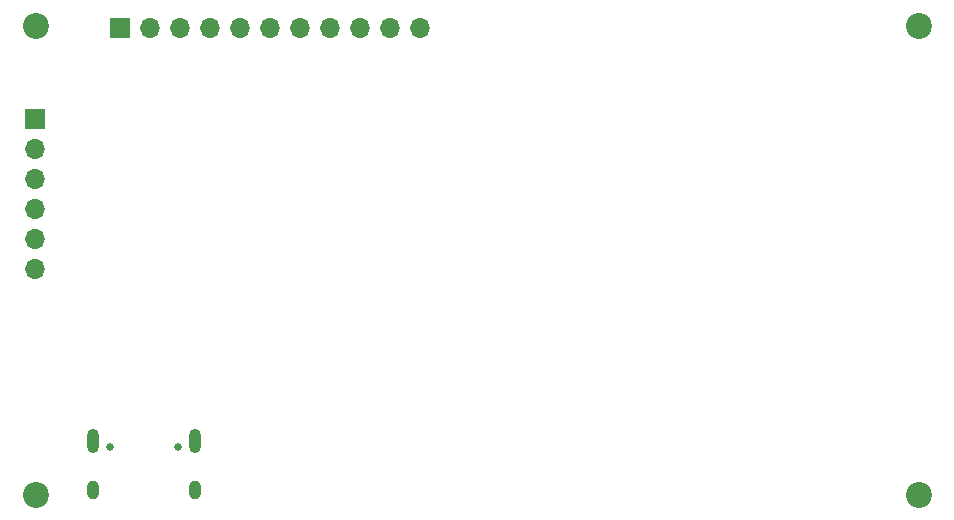
<source format=gbs>
G04 #@! TF.GenerationSoftware,KiCad,Pcbnew,7.0.11-7.0.11~ubuntu22.04.1*
G04 #@! TF.CreationDate,2024-06-25T15:30:52+02:00*
G04 #@! TF.ProjectId,S3-silicon-Sharp-Touch,53332d73-696c-4696-936f-6e2d53686172,rev?*
G04 #@! TF.SameCoordinates,Original*
G04 #@! TF.FileFunction,Soldermask,Bot*
G04 #@! TF.FilePolarity,Negative*
%FSLAX46Y46*%
G04 Gerber Fmt 4.6, Leading zero omitted, Abs format (unit mm)*
G04 Created by KiCad (PCBNEW 7.0.11-7.0.11~ubuntu22.04.1) date 2024-06-25 15:30:52*
%MOMM*%
%LPD*%
G01*
G04 APERTURE LIST*
%ADD10C,0.650000*%
%ADD11O,1.000000X2.100000*%
%ADD12O,1.000000X1.600000*%
%ADD13C,2.200000*%
%ADD14R,1.700000X1.700000*%
%ADD15O,1.700000X1.700000*%
G04 APERTURE END LIST*
D10*
X36500000Y-69615000D03*
X42280000Y-69615000D03*
D11*
X35070000Y-69085000D03*
D12*
X35070000Y-73265000D03*
D11*
X43710000Y-69085000D03*
D12*
X43710000Y-73265000D03*
D13*
X105020000Y-73660000D03*
X30240000Y-73660000D03*
X105020000Y-33950000D03*
X30240000Y-33950000D03*
D14*
X30150000Y-41840000D03*
D15*
X30150000Y-44380000D03*
X30150000Y-46920000D03*
X30150000Y-49460000D03*
X30150000Y-52000000D03*
X30150000Y-54540000D03*
D14*
X37400000Y-34130000D03*
D15*
X39940000Y-34130000D03*
X42480000Y-34130000D03*
X45020000Y-34130000D03*
X47560000Y-34130000D03*
X50100000Y-34130000D03*
X52640000Y-34130000D03*
X55180000Y-34130000D03*
X57720000Y-34130000D03*
X60260000Y-34130000D03*
X62800000Y-34130000D03*
M02*

</source>
